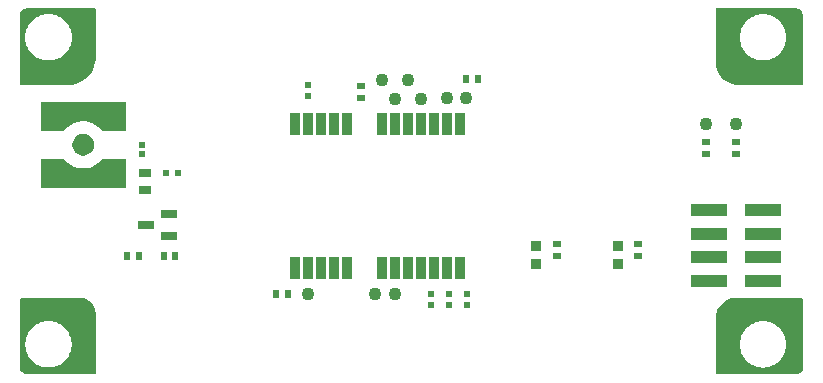
<source format=gts>
G04*
G04 #@! TF.GenerationSoftware,Altium Limited,Altium Designer,24.4.1 (13)*
G04*
G04 Layer_Color=8388736*
%FSLAX44Y44*%
%MOMM*%
G71*
G04*
G04 #@! TF.SameCoordinates,633DC115-074B-46AC-84AE-F624448C349B*
G04*
G04*
G04 #@! TF.FilePolarity,Negative*
G04*
G01*
G75*
%ADD24R,5.0000X1.0000*%
%ADD25C,1.0000*%
%ADD28R,0.6000X0.5000*%
%ADD29R,0.9001X1.8983*%
%ADD30C,1.1000*%
%ADD31R,1.3700X0.6588*%
%ADD32R,1.0000X0.7000*%
%ADD33R,0.6000X0.7000*%
%ADD34R,0.9000X0.9000*%
%ADD35R,3.0500X1.1200*%
%ADD36R,0.6000X0.6000*%
%ADD37R,0.6000X0.6000*%
%ADD38R,0.7000X0.6000*%
G36*
X68400Y312495D02*
X68400Y271679D01*
Y269810D01*
X68180Y267663D01*
X66963Y263523D01*
X65011Y259674D01*
X62389Y256247D01*
X59186Y253355D01*
X55508Y251097D01*
X51481Y249548D01*
X47238Y248760D01*
X45080Y248760D01*
X4062D01*
X4058Y306760D01*
X4058Y307413D01*
X4313Y308693D01*
X4812Y309900D01*
X5537Y310985D01*
X6460Y311909D01*
X7545Y312635D01*
X8751Y313135D01*
X10031Y313391D01*
X10684Y313392D01*
X67502Y313393D01*
X68400Y312495D01*
D02*
G37*
G36*
X662899Y313154D02*
X664122Y312648D01*
X665223Y311913D01*
X666159Y310977D01*
X666895Y309878D01*
X667402Y308655D01*
X667661Y307358D01*
X667662Y306697D01*
X667656Y248746D01*
X612294Y248746D01*
X610485D01*
X606932Y249433D01*
X603575Y250781D01*
X600534Y252741D01*
X597920Y255243D01*
X595828Y258195D01*
X594334Y261490D01*
X593493Y265009D01*
X593414Y266816D01*
X593414Y279352D01*
X593414Y313410D01*
X660940Y313412D01*
X661602D01*
X662899Y313154D01*
D02*
G37*
G36*
X93560Y234306D02*
X93654Y234277D01*
X93741Y234231D01*
X93817Y234168D01*
X93879Y234092D01*
X93926Y234006D01*
X93954Y233911D01*
X93964Y233813D01*
Y210191D01*
X93954Y210093D01*
X93926Y209999D01*
X93879Y209912D01*
X93817Y209836D01*
X93741Y209774D01*
X93654Y209727D01*
X93560Y209698D01*
X93462Y209689D01*
X74316D01*
X74289Y209691D01*
X74262Y209692D01*
X74240Y209696D01*
X74218Y209698D01*
X74192Y209706D01*
X74166Y209712D01*
X74145Y209720D01*
X74124Y209727D01*
X74100Y209740D01*
X74075Y209750D01*
X74057Y209763D01*
X74037Y209774D01*
X74016Y209791D01*
X73994Y209806D01*
X73978Y209822D01*
X73961Y209836D01*
X73944Y209857D01*
X73925Y209876D01*
X72948Y211090D01*
X70734Y213266D01*
X68217Y215067D01*
X65453Y216458D01*
X62506Y217403D01*
X59449Y217882D01*
X56354D01*
X53297Y217403D01*
X50351Y216458D01*
X47586Y215067D01*
X45070Y213266D01*
X42856Y211090D01*
X41879Y209876D01*
X41860Y209857D01*
X41843Y209836D01*
X41825Y209822D01*
X41810Y209806D01*
X41787Y209791D01*
X41766Y209774D01*
X41747Y209763D01*
X41728Y209750D01*
X41704Y209740D01*
X41680Y209727D01*
X41658Y209720D01*
X41638Y209712D01*
X41611Y209706D01*
X41585Y209698D01*
X41563Y209696D01*
X41541Y209692D01*
X41514Y209691D01*
X41487Y209689D01*
X22342D01*
X22244Y209698D01*
X22150Y209727D01*
X22063Y209774D01*
X21986Y209836D01*
X21924Y209912D01*
X21878Y209999D01*
X21849Y210093D01*
X21839Y210191D01*
Y233813D01*
X21849Y233911D01*
X21878Y234006D01*
X21924Y234092D01*
X21986Y234168D01*
X22063Y234231D01*
X22150Y234277D01*
X22244Y234306D01*
X22342Y234316D01*
X93462D01*
X93560Y234306D01*
D02*
G37*
G36*
X58850Y207128D02*
X60519Y206796D01*
X60547Y206787D01*
X60613Y206768D01*
X62185Y206117D01*
X62185Y206117D01*
X62215Y206100D01*
X62272Y206070D01*
X62272Y206070D01*
X63686Y205125D01*
X63762Y205063D01*
X63762Y205062D01*
X64965Y203860D01*
X65028Y203783D01*
X65972Y202369D01*
X65973Y202369D01*
X66019Y202282D01*
X66670Y200711D01*
X66670Y200711D01*
X66699Y200616D01*
X67031Y198948D01*
X67040Y198850D01*
Y197999D01*
Y197149D01*
X67031Y197051D01*
X66699Y195382D01*
X66690Y195354D01*
X66670Y195288D01*
X66019Y193716D01*
X66019Y193716D01*
X66003Y193686D01*
X65973Y193629D01*
X65972Y193629D01*
X65027Y192215D01*
X64965Y192139D01*
X64965Y192139D01*
X63762Y190936D01*
X63686Y190873D01*
X62272Y189928D01*
X62272Y189928D01*
X62185Y189882D01*
X60613Y189231D01*
X60613Y189231D01*
X60519Y189202D01*
X58850Y188870D01*
X58752Y188861D01*
X57051D01*
X56953Y188870D01*
X55285Y189202D01*
X55256Y189211D01*
X55191Y189231D01*
X53619Y189882D01*
X53619Y189882D01*
X53589Y189898D01*
X53532Y189928D01*
X53532Y189928D01*
X52118Y190873D01*
X52041Y190936D01*
X52041Y190936D01*
X50838Y192139D01*
X50776Y192215D01*
X49831Y193629D01*
X49831Y193629D01*
X49784Y193716D01*
X49134Y195288D01*
X49134Y195288D01*
X49105Y195382D01*
X48773Y197051D01*
X48763Y197149D01*
Y197999D01*
Y198850D01*
X48773Y198948D01*
X49105Y200616D01*
X49114Y200645D01*
X49134Y200711D01*
X49784Y202282D01*
X49784Y202282D01*
X49801Y202312D01*
X49831Y202369D01*
X49831Y202369D01*
X50776Y203783D01*
X50838Y203860D01*
X50839Y203860D01*
X52041Y205063D01*
X52118Y205125D01*
X53532Y206070D01*
X53532Y206070D01*
X53619Y206117D01*
X55190Y206767D01*
X55191Y206768D01*
X55285Y206796D01*
X56953Y207128D01*
X57051Y207138D01*
X58752D01*
X58850Y207128D01*
D02*
G37*
G36*
X93560Y186300D02*
X93654Y186271D01*
X93741Y186225D01*
X93817Y186162D01*
X93879Y186086D01*
X93926Y186000D01*
X93954Y185905D01*
X93964Y185807D01*
Y162185D01*
X93954Y162087D01*
X93926Y161993D01*
X93879Y161906D01*
X93817Y161830D01*
X93741Y161768D01*
X93654Y161721D01*
X93560Y161692D01*
X93462Y161683D01*
X22342D01*
X22244Y161692D01*
X22150Y161721D01*
X22063Y161768D01*
X21986Y161830D01*
X21924Y161906D01*
X21878Y161993D01*
X21849Y162087D01*
X21839Y162185D01*
Y185807D01*
X21849Y185905D01*
X21878Y186000D01*
X21924Y186086D01*
X21986Y186162D01*
X22063Y186225D01*
X22150Y186271D01*
X22244Y186300D01*
X22342Y186310D01*
X41487D01*
X41514Y186307D01*
X41541Y186307D01*
X41563Y186302D01*
X41585Y186300D01*
X41612Y186292D01*
X41638Y186287D01*
X41658Y186278D01*
X41680Y186271D01*
X41704Y186258D01*
X41728Y186248D01*
X41747Y186236D01*
X41766Y186225D01*
X41788Y186208D01*
X41810Y186192D01*
X41825Y186177D01*
X41843Y186162D01*
X41860Y186141D01*
X41879Y186122D01*
X42856Y184908D01*
X45070Y182733D01*
X47586Y180931D01*
X50351Y179541D01*
X53297Y178595D01*
X56354Y178116D01*
X59449D01*
X62506Y178595D01*
X65453Y179541D01*
X68217Y180931D01*
X70734Y182733D01*
X72948Y184908D01*
X73925Y186122D01*
X73944Y186141D01*
X73961Y186162D01*
X73978Y186177D01*
X73994Y186192D01*
X74016Y186208D01*
X74037Y186225D01*
X74057Y186235D01*
X74075Y186248D01*
X74100Y186259D01*
X74124Y186271D01*
X74145Y186278D01*
X74166Y186287D01*
X74192Y186292D01*
X74218Y186300D01*
X74240Y186302D01*
X74262Y186307D01*
X74289Y186307D01*
X74316Y186310D01*
X93462Y186310D01*
X93560Y186300D01*
D02*
G37*
G36*
X56531Y68583D02*
X57536Y68430D01*
X58526Y68201D01*
X59495Y67899D01*
X60440Y67523D01*
X61353Y67078D01*
X62229Y66564D01*
X63065Y65986D01*
X63854Y65347D01*
X64593Y64649D01*
X65277Y63898D01*
X65903Y63097D01*
X66465Y62251D01*
X66963Y61365D01*
X67392Y60444D01*
X67750Y59493D01*
X68035Y58518D01*
X68246Y57524D01*
X68285Y57228D01*
X68410Y56010D01*
X68410Y56010D01*
X68410Y56010D01*
Y4973D01*
X67512Y4075D01*
X10450Y4078D01*
X10450Y4078D01*
X10450Y4078D01*
X9822D01*
X8591Y4323D01*
X7432Y4803D01*
X6388Y5501D01*
X5501Y6388D01*
X4803Y7432D01*
X4323Y8591D01*
X4078Y9822D01*
X4078Y10450D01*
X4078Y10450D01*
X4078Y10450D01*
X4074Y67762D01*
X4972Y68660D01*
X55010Y68660D01*
X55518Y68660D01*
X56531Y68583D01*
D02*
G37*
G36*
X667638Y67762D02*
X667632Y10150D01*
X667632Y10150D01*
X667632Y10150D01*
X667632Y9548D01*
X667397Y8368D01*
X666937Y7257D01*
X666269Y6256D01*
X665419Y5405D01*
X664419Y4736D01*
X663307Y4275D01*
X662128Y4039D01*
X661526Y4038D01*
X593410Y4042D01*
Y10043D01*
X593410Y51910D01*
X593498Y53590D01*
X594305Y56857D01*
X595713Y59913D01*
X597673Y62648D01*
X600114Y64964D01*
X602948Y66778D01*
X606073Y68025D01*
X609378Y68660D01*
X611060D01*
X611060Y68660D01*
X666740D01*
X667638Y67762D01*
D02*
G37*
%LPC*%
G36*
X30037Y308538D02*
X26983D01*
X26589Y308460D01*
X26188D01*
X23193Y307864D01*
X22822Y307711D01*
X22428Y307632D01*
X19607Y306464D01*
X19273Y306241D01*
X18902Y306087D01*
X16364Y304391D01*
X16079Y304107D01*
X15746Y303883D01*
X13586Y301724D01*
X13363Y301390D01*
X13079Y301106D01*
X11383Y298568D01*
X11229Y298197D01*
X11006Y297863D01*
X9838Y295042D01*
X9759Y294648D01*
X9606Y294277D01*
X9010Y291282D01*
Y290881D01*
X8932Y290487D01*
Y287433D01*
X9010Y287039D01*
Y286638D01*
X9606Y283643D01*
X9759Y283272D01*
X9838Y282878D01*
X11006Y280057D01*
X11229Y279723D01*
X11383Y279352D01*
X13079Y276814D01*
X13363Y276529D01*
X13586Y276196D01*
X15746Y274037D01*
X16079Y273813D01*
X16364Y273529D01*
X18902Y271833D01*
X19273Y271679D01*
X19607Y271456D01*
X22428Y270288D01*
X22822Y270209D01*
X23193Y270056D01*
X26188Y269460D01*
X26589D01*
X26983Y269382D01*
X30037D01*
X30431Y269460D01*
X30832D01*
X33827Y270056D01*
X34198Y270209D01*
X34592Y270288D01*
X37413Y271456D01*
X37747Y271679D01*
X38118Y271833D01*
X40656Y273529D01*
X40941Y273813D01*
X41274Y274037D01*
X43433Y276196D01*
X43657Y276530D01*
X43941Y276814D01*
X45637Y279352D01*
X45791Y279723D01*
X46014Y280057D01*
X47182Y282878D01*
X47261Y283272D01*
X47414Y283643D01*
X48010Y286638D01*
Y287039D01*
X48088Y287433D01*
Y290487D01*
X48010Y290881D01*
Y291282D01*
X47414Y294277D01*
X47261Y294648D01*
X47182Y295042D01*
X46014Y297863D01*
X45791Y298197D01*
X45637Y298568D01*
X43941Y301106D01*
X43657Y301391D01*
X43433Y301724D01*
X41274Y303883D01*
X40940Y304107D01*
X40656Y304391D01*
X38118Y306087D01*
X37747Y306241D01*
X37413Y306464D01*
X34592Y307632D01*
X34198Y307711D01*
X33827Y307864D01*
X30832Y308460D01*
X30431D01*
X30037Y308538D01*
D02*
G37*
G36*
X635037D02*
X631983D01*
X631589Y308460D01*
X631188D01*
X628193Y307864D01*
X627822Y307711D01*
X627428Y307632D01*
X624607Y306464D01*
X624273Y306241D01*
X623902Y306087D01*
X621363Y304391D01*
X621079Y304107D01*
X620746Y303883D01*
X618587Y301724D01*
X618363Y301390D01*
X618079Y301106D01*
X616383Y298568D01*
X616229Y298197D01*
X616006Y297863D01*
X614838Y295042D01*
X614759Y294648D01*
X614606Y294277D01*
X614010Y291282D01*
Y290881D01*
X613932Y290487D01*
Y288960D01*
Y287433D01*
X614010Y287039D01*
Y286638D01*
X614606Y283643D01*
X614759Y283272D01*
X614838Y282878D01*
X616006Y280057D01*
X616229Y279723D01*
X616383Y279352D01*
X618079Y276814D01*
X618363Y276529D01*
X618587Y276196D01*
X620746Y274037D01*
X621079Y273813D01*
X621363Y273529D01*
X623902Y271833D01*
X624273Y271679D01*
X624607Y271456D01*
X627428Y270288D01*
X627822Y270209D01*
X628193Y270056D01*
X631188Y269460D01*
X631589D01*
X631983Y269382D01*
X635037D01*
X635431Y269460D01*
X635832D01*
X638827Y270056D01*
X639198Y270209D01*
X639592Y270288D01*
X642413Y271456D01*
X642747Y271679D01*
X643118Y271833D01*
X645657Y273529D01*
X645941Y273813D01*
X646274Y274037D01*
X648434Y276196D01*
X648657Y276530D01*
X648941Y276814D01*
X650637Y279352D01*
X650791Y279723D01*
X651014Y280057D01*
X652182Y282878D01*
X652261Y283272D01*
X652414Y283643D01*
X653010Y286638D01*
Y287039D01*
X653088Y287433D01*
Y288960D01*
Y290487D01*
X653010Y290881D01*
Y291282D01*
X652414Y294277D01*
X652261Y294648D01*
X652182Y295042D01*
X651014Y297863D01*
X650791Y298197D01*
X650637Y298568D01*
X648941Y301106D01*
X648657Y301391D01*
X648434Y301724D01*
X646274Y303883D01*
X645940Y304107D01*
X645657Y304391D01*
X643118Y306087D01*
X642747Y306241D01*
X642413Y306464D01*
X639592Y307632D01*
X639198Y307711D01*
X638827Y307864D01*
X635832Y308460D01*
X635431D01*
X635037Y308538D01*
D02*
G37*
G36*
X30037Y48469D02*
X26983D01*
X26852Y48460D01*
X26721D01*
X26591Y48443D01*
X26460Y48434D01*
X26331Y48409D01*
X26201Y48391D01*
X23207Y47796D01*
X23080Y47762D01*
X22951Y47736D01*
X22827Y47694D01*
X22700Y47660D01*
X22579Y47610D01*
X22455Y47568D01*
X19634Y46399D01*
X19517Y46341D01*
X19395Y46291D01*
X19281Y46225D01*
X19164Y46167D01*
X19055Y46095D01*
X18941Y46029D01*
X16402Y44333D01*
X16298Y44253D01*
X16189Y44180D01*
X16091Y44093D01*
X15986Y44014D01*
X15893Y43921D01*
X15795Y43834D01*
X13636Y41675D01*
X13549Y41577D01*
X13456Y41484D01*
X13377Y41379D01*
X13290Y41281D01*
X13217Y41172D01*
X13137Y41068D01*
X11441Y38529D01*
X11375Y38415D01*
X11302Y38306D01*
X11244Y38189D01*
X11179Y38075D01*
X11129Y37954D01*
X11071Y37836D01*
X9902Y35015D01*
X9860Y34891D01*
X9810Y34770D01*
X9776Y34643D01*
X9734Y34519D01*
X9708Y34390D01*
X9674Y34263D01*
X9078Y31269D01*
X9061Y31138D01*
X9036Y31010D01*
X9027Y30879D01*
X9010Y30749D01*
Y30618D01*
X9001Y30487D01*
Y27433D01*
X9010Y27302D01*
Y27171D01*
X9027Y27041D01*
X9036Y26910D01*
X9061Y26782D01*
X9078Y26651D01*
X9674Y23657D01*
X9708Y23530D01*
X9734Y23401D01*
X9776Y23277D01*
X9810Y23150D01*
X9860Y23029D01*
X9902Y22905D01*
X11071Y20084D01*
X11129Y19966D01*
X11179Y19845D01*
X11245Y19731D01*
X11302Y19614D01*
X11375Y19505D01*
X11441Y19391D01*
X13137Y16852D01*
X13217Y16748D01*
X13290Y16639D01*
X13377Y16540D01*
X13456Y16436D01*
X13549Y16343D01*
X13636Y16245D01*
X15795Y14086D01*
X15893Y13999D01*
X15986Y13907D01*
X16091Y13827D01*
X16189Y13740D01*
X16298Y13667D01*
X16402Y13587D01*
X18941Y11891D01*
X19055Y11825D01*
X19164Y11753D01*
X19281Y11695D01*
X19395Y11629D01*
X19516Y11579D01*
X19634Y11521D01*
X22455Y10352D01*
X22579Y10310D01*
X22700Y10260D01*
X22827Y10226D01*
X22951Y10184D01*
X23080Y10158D01*
X23207Y10124D01*
X26201Y9528D01*
X26332Y9511D01*
X26460Y9486D01*
X26591Y9477D01*
X26721Y9460D01*
X26852D01*
X26983Y9451D01*
X30037D01*
X30168Y9460D01*
X30299D01*
X30429Y9477D01*
X30560Y9486D01*
X30688Y9511D01*
X30819Y9528D01*
X33813Y10124D01*
X33940Y10158D01*
X34069Y10184D01*
X34193Y10226D01*
X34320Y10260D01*
X34441Y10310D01*
X34565Y10352D01*
X37386Y11521D01*
X37503Y11579D01*
X37625Y11629D01*
X37739Y11695D01*
X37856Y11753D01*
X37965Y11825D01*
X38079Y11891D01*
X40618Y13587D01*
X40722Y13667D01*
X40831Y13740D01*
X40929Y13827D01*
X41034Y13907D01*
X41127Y13999D01*
X41225Y14086D01*
X43384Y16245D01*
X43471Y16343D01*
X43563Y16436D01*
X43643Y16540D01*
X43730Y16639D01*
X43803Y16748D01*
X43883Y16852D01*
X45579Y19391D01*
X45645Y19505D01*
X45718Y19614D01*
X45775Y19732D01*
X45841Y19845D01*
X45891Y19966D01*
X45949Y20084D01*
X47118Y22905D01*
X47160Y23029D01*
X47210Y23150D01*
X47244Y23277D01*
X47286Y23401D01*
X47312Y23530D01*
X47346Y23657D01*
X47941Y26651D01*
X47959Y26781D01*
X47984Y26910D01*
X47993Y27041D01*
X48010Y27171D01*
Y27302D01*
X48019Y27433D01*
Y30487D01*
X48010Y30618D01*
Y30749D01*
X47993Y30879D01*
X47984Y31010D01*
X47959Y31139D01*
X47941Y31269D01*
X47346Y34263D01*
X47312Y34390D01*
X47286Y34519D01*
X47244Y34643D01*
X47210Y34770D01*
X47160Y34891D01*
X47118Y35015D01*
X45949Y37836D01*
X45891Y37954D01*
X45841Y38075D01*
X45775Y38189D01*
X45718Y38306D01*
X45645Y38415D01*
X45579Y38529D01*
X43883Y41068D01*
X43803Y41172D01*
X43730Y41281D01*
X43643Y41379D01*
X43563Y41484D01*
X43471Y41577D01*
X43384Y41675D01*
X41225Y43834D01*
X41127Y43921D01*
X41034Y44014D01*
X40929Y44093D01*
X40831Y44180D01*
X40722Y44253D01*
X40618Y44333D01*
X38079Y46029D01*
X37965Y46095D01*
X37856Y46167D01*
X37738Y46226D01*
X37625Y46291D01*
X37504Y46341D01*
X37386Y46399D01*
X34565Y47568D01*
X34441Y47610D01*
X34320Y47660D01*
X34193Y47694D01*
X34069Y47736D01*
X33940Y47762D01*
X33813Y47796D01*
X30819Y48391D01*
X30689Y48409D01*
X30560Y48434D01*
X30429Y48443D01*
X30299Y48460D01*
X30168D01*
X30037Y48469D01*
D02*
G37*
G36*
X635037Y48538D02*
X631983D01*
X631589Y48460D01*
X631188D01*
X628193Y47864D01*
X627822Y47711D01*
X627428Y47632D01*
X624607Y46464D01*
X624273Y46241D01*
X623902Y46087D01*
X621363Y44391D01*
X621079Y44107D01*
X620746Y43884D01*
X618587Y41725D01*
X618363Y41391D01*
X618079Y41107D01*
X616383Y38568D01*
X616229Y38197D01*
X616006Y37863D01*
X614838Y35042D01*
X614759Y34648D01*
X614606Y34277D01*
X614010Y31282D01*
Y30881D01*
X613932Y30487D01*
Y27433D01*
X614010Y27039D01*
Y26638D01*
X614606Y23643D01*
X614759Y23272D01*
X614838Y22878D01*
X616006Y20057D01*
X616229Y19723D01*
X616383Y19352D01*
X618079Y16813D01*
X618363Y16529D01*
X618587Y16195D01*
X620746Y14037D01*
X621079Y13813D01*
X621363Y13529D01*
X623902Y11833D01*
X624273Y11679D01*
X624607Y11456D01*
X627428Y10288D01*
X627822Y10209D01*
X628193Y10056D01*
X631188Y9460D01*
X631589D01*
X631983Y9382D01*
X635037D01*
X635431Y9460D01*
X635832D01*
X638827Y10056D01*
X639198Y10209D01*
X639592Y10288D01*
X642413Y11456D01*
X642747Y11679D01*
X643118Y11833D01*
X645657Y13529D01*
X645941Y13813D01*
X646274Y14037D01*
X648434Y16195D01*
X648657Y16530D01*
X648941Y16813D01*
X650637Y19352D01*
X650791Y19723D01*
X651014Y20057D01*
X652182Y22878D01*
X652261Y23272D01*
X652414Y23643D01*
X653010Y26638D01*
Y27039D01*
X653088Y27433D01*
Y30487D01*
X653010Y30881D01*
Y31282D01*
X652414Y34277D01*
X652261Y34648D01*
X652182Y35042D01*
X651014Y37863D01*
X650791Y38197D01*
X650637Y38568D01*
X648941Y41107D01*
X648657Y41391D01*
X648434Y41725D01*
X646274Y43884D01*
X645940Y44107D01*
X645657Y44391D01*
X643118Y46087D01*
X642747Y46241D01*
X642413Y46464D01*
X639592Y47632D01*
X639198Y47711D01*
X638827Y47864D01*
X635832Y48460D01*
X635431D01*
X635037Y48538D01*
D02*
G37*
%LPD*%
D24*
X57900Y168839D02*
D03*
X55360Y225940D02*
D03*
D25*
X57902Y197999D02*
D03*
D28*
X107877Y190000D02*
D03*
Y198000D02*
D03*
D29*
X311000Y215998D02*
D03*
X354993D02*
D03*
X365992D02*
D03*
X376990D02*
D03*
X321999D02*
D03*
X332997D02*
D03*
X343995D02*
D03*
X281003D02*
D03*
X248008D02*
D03*
X259007D02*
D03*
X270005D02*
D03*
X237010D02*
D03*
X270005Y94002D02*
D03*
X248008D02*
D03*
X237010D02*
D03*
X281003D02*
D03*
X259007D02*
D03*
X343995D02*
D03*
X332997D02*
D03*
X321999D02*
D03*
X376990D02*
D03*
X365992D02*
D03*
X354993D02*
D03*
X311000D02*
D03*
D30*
X610611Y216000D02*
D03*
X366000Y238000D02*
D03*
X333000Y253000D02*
D03*
X321999Y237146D02*
D03*
X311000Y253000D02*
D03*
X343995Y237146D02*
D03*
X248000Y72000D02*
D03*
X382000Y238000D02*
D03*
X305000Y72000D02*
D03*
X322000D02*
D03*
X585060Y216000D02*
D03*
D31*
X130652Y120850D02*
D03*
Y139150D02*
D03*
X111348Y130000D02*
D03*
D32*
X110000Y174384D02*
D03*
Y159383D02*
D03*
D33*
X95000Y104000D02*
D03*
X105000D02*
D03*
X382000Y254000D02*
D03*
X392000D02*
D03*
X136000Y104000D02*
D03*
X126000D02*
D03*
X221000Y72000D02*
D03*
X231000D02*
D03*
D34*
X510492Y112246D02*
D03*
Y97246D02*
D03*
X441492Y112246D02*
D03*
Y97246D02*
D03*
D35*
X633450Y82800D02*
D03*
Y102800D02*
D03*
Y122800D02*
D03*
Y142800D02*
D03*
X587950Y82800D02*
D03*
Y102800D02*
D03*
Y122800D02*
D03*
Y142800D02*
D03*
D36*
X138000Y174384D02*
D03*
X128000D02*
D03*
D37*
X352000Y62000D02*
D03*
Y72000D02*
D03*
X367557Y62000D02*
D03*
Y72000D02*
D03*
X382990Y62000D02*
D03*
Y72000D02*
D03*
X248008Y249000D02*
D03*
Y239000D02*
D03*
D38*
X293000Y248000D02*
D03*
Y238000D02*
D03*
X459000Y114000D02*
D03*
Y104000D02*
D03*
X528000Y114000D02*
D03*
Y104000D02*
D03*
X585060Y190000D02*
D03*
Y200000D02*
D03*
X610611Y190000D02*
D03*
Y200000D02*
D03*
M02*

</source>
